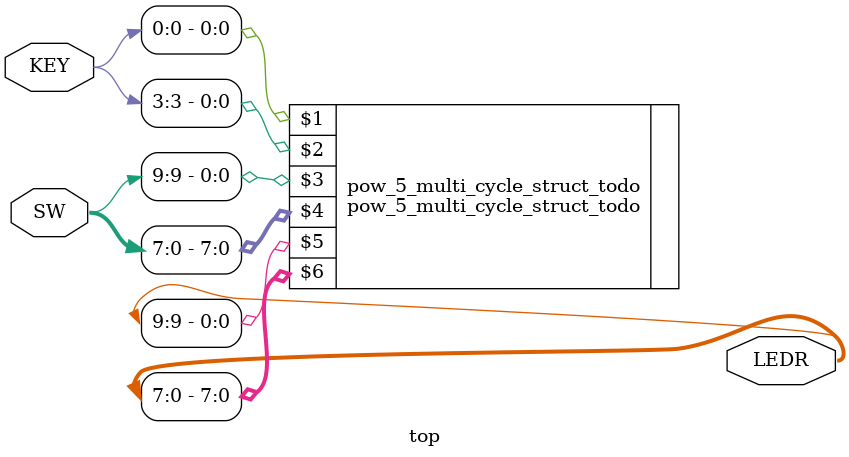
<source format=v>

module top (SW, KEY, LEDR);

	 input wire [9:0] SW;        // DE-series switches
    input wire [3:0] KEY;       // DE-series pushbuttons
	 
    output wire [9:0] LEDR;     // DE-series LEDs   

    pow_5_multi_cycle_struct_todo pow_5_multi_cycle_struct_todo (KEY[0], KEY[3], SW[9], SW[7:0], LEDR[9], LEDR[7:0]);

endmodule


</source>
